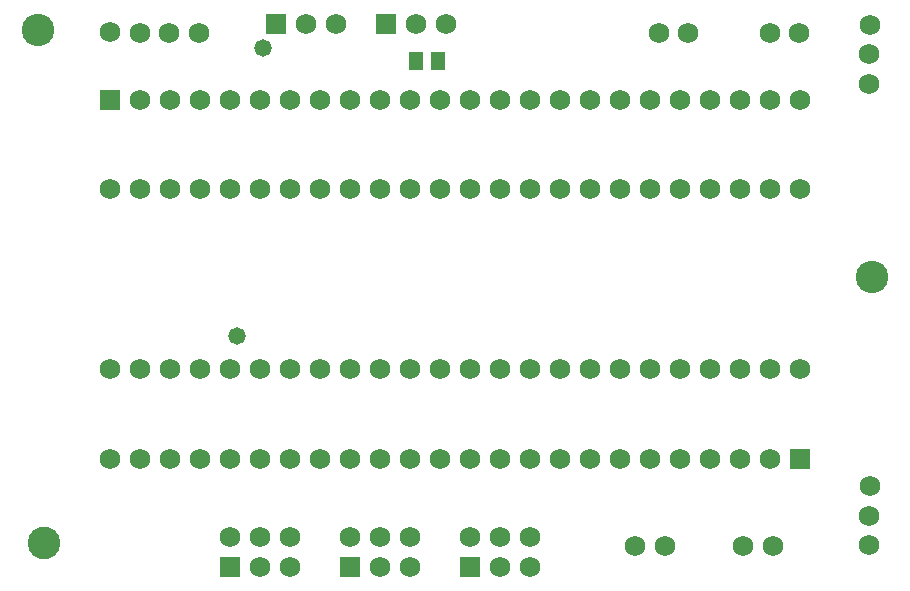
<source format=gbr>
%TF.GenerationSoftware,Altium Limited,Altium Designer,19.1.8 (144)*%
G04 Layer_Color=8388736*
%FSLAX26Y26*%
%MOIN*%
%TF.FileFunction,Soldermask,Top*%
%TF.Part,Single*%
G01*
G75*
%TA.AperFunction,SMDPad,CuDef*%
%ADD29R,0.049339X0.063118*%
%TA.AperFunction,ComponentPad*%
%ADD31C,0.068000*%
%ADD32R,0.068000X0.068000*%
%TA.AperFunction,ViaPad*%
%ADD33C,0.108000*%
%ADD34O,0.108000X0.108480*%
%ADD35C,0.058000*%
D29*
X1380000Y1825000D02*
D03*
X1452835D02*
D03*
D31*
X2890000Y211575D02*
D03*
Y310000D02*
D03*
X2893937Y408425D02*
D03*
Y1946850D02*
D03*
X2890000Y1848425D02*
D03*
Y1750000D02*
D03*
X2658425Y1920000D02*
D03*
X2560000D02*
D03*
X2111575Y210000D02*
D03*
X2210000D02*
D03*
X560000Y800000D02*
D03*
X760000D02*
D03*
X660000D02*
D03*
X460000D02*
D03*
X360000D02*
D03*
X1060000D02*
D03*
X960000D02*
D03*
X860000D02*
D03*
X1260000D02*
D03*
X1160000D02*
D03*
X460000Y1400000D02*
D03*
X360000D02*
D03*
X660000D02*
D03*
X560000D02*
D03*
X860000D02*
D03*
X760000D02*
D03*
X1060000D02*
D03*
X960000D02*
D03*
X1260000D02*
D03*
X1160000D02*
D03*
X1760000Y800000D02*
D03*
X1960000D02*
D03*
X1860000D02*
D03*
X1460000D02*
D03*
X1360000D02*
D03*
X1660000D02*
D03*
X1560000D02*
D03*
X2160000D02*
D03*
X2060000D02*
D03*
X2360000D02*
D03*
X2260000D02*
D03*
X2660000D02*
D03*
X2460000D02*
D03*
X1760000Y1400000D02*
D03*
X1960000D02*
D03*
X1860000D02*
D03*
X1460000D02*
D03*
X1360000D02*
D03*
X1660000D02*
D03*
X1560000D02*
D03*
X2160000D02*
D03*
X2060000D02*
D03*
X2560000Y800000D02*
D03*
X2260000Y1400000D02*
D03*
X2460000D02*
D03*
X2360000D02*
D03*
X2660000D02*
D03*
X2560000D02*
D03*
X2190000Y1920000D02*
D03*
X2288425D02*
D03*
X656850D02*
D03*
X558425D02*
D03*
X460000D02*
D03*
X361575Y1923937D02*
D03*
X2570000Y210000D02*
D03*
X2471575D02*
D03*
X2560000Y1695000D02*
D03*
X2460000D02*
D03*
X2360000D02*
D03*
X2260000D02*
D03*
X1860000D02*
D03*
X1960000D02*
D03*
X2060000D02*
D03*
X2160000D02*
D03*
X1460000D02*
D03*
X1560000D02*
D03*
X1660000D02*
D03*
X1760000D02*
D03*
X1060000D02*
D03*
X1160000D02*
D03*
X1260000D02*
D03*
X1360000D02*
D03*
X660000D02*
D03*
X560000D02*
D03*
X460000D02*
D03*
X960000D02*
D03*
X860000D02*
D03*
X760000D02*
D03*
X2660000D02*
D03*
X1380000Y1950000D02*
D03*
X1480000D02*
D03*
X1015000D02*
D03*
X1115000D02*
D03*
X460000Y500000D02*
D03*
X560000D02*
D03*
X660000D02*
D03*
X760000D02*
D03*
X1160000D02*
D03*
X1060000D02*
D03*
X960000D02*
D03*
X860000D02*
D03*
X1560000D02*
D03*
X1460000D02*
D03*
X1360000D02*
D03*
X1260000D02*
D03*
X1960000D02*
D03*
X1860000D02*
D03*
X1760000D02*
D03*
X1660000D02*
D03*
X2360000D02*
D03*
X2460000D02*
D03*
X2560000D02*
D03*
X2060000D02*
D03*
X2160000D02*
D03*
X2260000D02*
D03*
X360000D02*
D03*
X1660000Y140000D02*
D03*
X1760000D02*
D03*
X1560000Y240000D02*
D03*
X1660000D02*
D03*
X1760000D02*
D03*
X860000Y140000D02*
D03*
X960000D02*
D03*
X760000Y240000D02*
D03*
X860000D02*
D03*
X960000D02*
D03*
X1260000Y140000D02*
D03*
X1360000D02*
D03*
X1160000Y240000D02*
D03*
X1260000D02*
D03*
X1360000D02*
D03*
D32*
X360000Y1695000D02*
D03*
X1280000Y1950000D02*
D03*
X915000D02*
D03*
X2660000Y500000D02*
D03*
X1560000Y140000D02*
D03*
X760000D02*
D03*
X1160000D02*
D03*
D33*
X120000Y1930000D02*
D03*
X2900000Y1105000D02*
D03*
D34*
X140000Y220000D02*
D03*
D35*
X870000Y1870000D02*
D03*
X785000Y910000D02*
D03*
%TF.MD5,fb8f1f09da058f59438050810750c251*%
M02*

</source>
